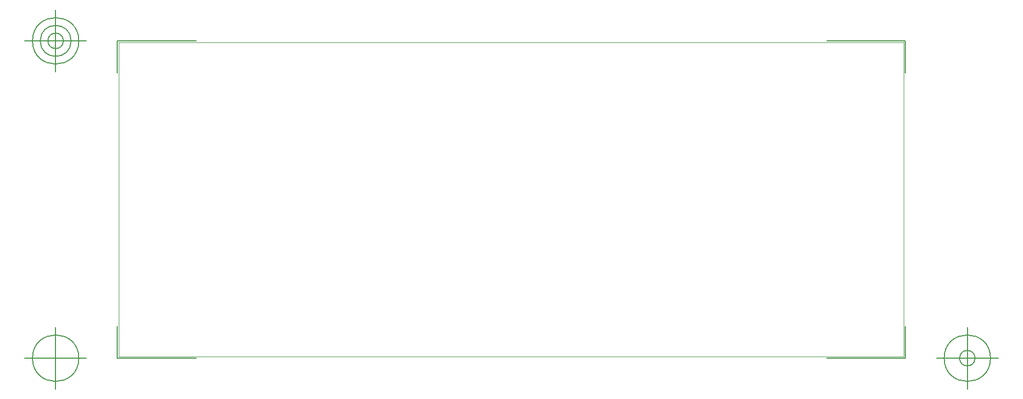
<source format=gbr>
G04 Generated by Ultiboard 14.3 *
%FSLAX25Y25*%
%MOIN*%

%ADD10C,0.00001*%
%ADD11C,0.00005*%
%ADD12C,0.00500*%


G04 ColorRGB 00FFFF for the following layer *
%LNBoard Outline*%
%LPD*%
G54D10*
G54D11*
X3Y0D02*
X500003Y0D01*
X500003Y200000D01*
X3Y200000D01*
X3Y0D01*
X3Y0D02*
X500003Y0D01*
X500003Y200000D01*
X3Y200000D01*
X3Y0D01*
G54D12*
X-997Y-1000D02*
X-997Y19200D01*
X-997Y-1000D02*
X49203Y-1000D01*
X501003Y-1000D02*
X450803Y-1000D01*
X501003Y-1000D02*
X501003Y19200D01*
X501003Y201000D02*
X501003Y180800D01*
X501003Y201000D02*
X450803Y201000D01*
X-997Y201000D02*
X49203Y201000D01*
X-997Y201000D02*
X-997Y180800D01*
X-20683Y-1000D02*
X-60053Y-1000D01*
X-40368Y-20685D02*
X-40368Y18685D01*
X-55131Y-1000D02*
G75*
D01*
G02X-55131Y-1000I14763J0*
G01*
X520688Y-1000D02*
X560058Y-1000D01*
X540373Y-20685D02*
X540373Y18685D01*
X525609Y-1000D02*
G75*
D01*
G02X525609Y-1000I14764J0*
G01*
X535451Y-1000D02*
G75*
D01*
G02X535451Y-1000I4922J0*
G01*
X-20683Y201000D02*
X-60053Y201000D01*
X-40368Y181315D02*
X-40368Y220685D01*
X-55131Y201000D02*
G75*
D01*
G02X-55131Y201000I14763J0*
G01*
X-50210Y201000D02*
G75*
D01*
G02X-50210Y201000I9842J0*
G01*
X-45289Y201000D02*
G75*
D01*
G02X-45289Y201000I4921J0*
G01*
X-997Y-1000D02*
X-997Y19200D01*
X-997Y-1000D02*
X49203Y-1000D01*
X501003Y-1000D02*
X450803Y-1000D01*
X501003Y-1000D02*
X501003Y19200D01*
X501003Y201000D02*
X501003Y180800D01*
X501003Y201000D02*
X450803Y201000D01*
X-997Y201000D02*
X49203Y201000D01*
X-997Y201000D02*
X-997Y180800D01*
X-20683Y-1000D02*
X-60053Y-1000D01*
X-40368Y-20685D02*
X-40368Y18685D01*
X-55131Y-1000D02*
G75*
D01*
G02X-55131Y-1000I14763J0*
G01*
X520688Y-1000D02*
X560058Y-1000D01*
X540373Y-20685D02*
X540373Y18685D01*
X525609Y-1000D02*
G75*
D01*
G02X525609Y-1000I14764J0*
G01*
X535451Y-1000D02*
G75*
D01*
G02X535451Y-1000I4922J0*
G01*
X-20683Y201000D02*
X-60053Y201000D01*
X-40368Y181315D02*
X-40368Y220685D01*
X-55131Y201000D02*
G75*
D01*
G02X-55131Y201000I14763J0*
G01*
X-50210Y201000D02*
G75*
D01*
G02X-50210Y201000I9842J0*
G01*
X-45289Y201000D02*
G75*
D01*
G02X-45289Y201000I4921J0*
G01*

M02*

</source>
